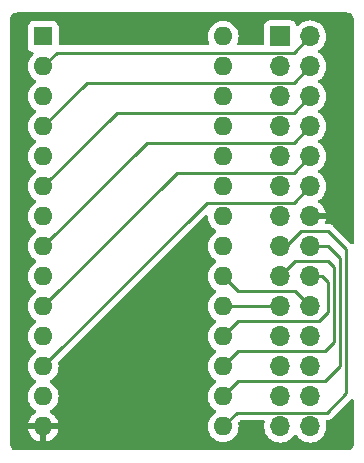
<source format=gbr>
%TF.GenerationSoftware,KiCad,Pcbnew,(5.99.0-7356-g63088e8bdb)*%
%TF.CreationDate,2020-12-15T21:09:30+08:00*%
%TF.ProjectId,AdapterROM,41646170-7465-4725-924f-4d2e6b696361,rev?*%
%TF.SameCoordinates,Original*%
%TF.FileFunction,Copper,L2,Bot*%
%TF.FilePolarity,Positive*%
%FSLAX46Y46*%
G04 Gerber Fmt 4.6, Leading zero omitted, Abs format (unit mm)*
G04 Created by KiCad (PCBNEW (5.99.0-7356-g63088e8bdb)) date 2020-12-15 21:09:30*
%MOMM*%
%LPD*%
G01*
G04 APERTURE LIST*
%TA.AperFunction,ComponentPad*%
%ADD10R,1.700000X1.700000*%
%TD*%
%TA.AperFunction,ComponentPad*%
%ADD11O,1.700000X1.700000*%
%TD*%
%TA.AperFunction,ComponentPad*%
%ADD12R,1.600000X1.600000*%
%TD*%
%TA.AperFunction,ComponentPad*%
%ADD13O,1.600000X1.600000*%
%TD*%
%TA.AperFunction,Conductor*%
%ADD14C,0.250000*%
%TD*%
G04 APERTURE END LIST*
D10*
%TO.P,J1,1,Pin_1*%
%TO.N,/A14*%
X121920000Y-51054000D03*
D11*
%TO.P,J1,2,Pin_2*%
%TO.N,/A12*%
X124460000Y-51054000D03*
%TO.P,J1,3,Pin_3*%
%TO.N,/A7*%
X121920000Y-53594000D03*
%TO.P,J1,4,Pin_4*%
%TO.N,/A6*%
X124460000Y-53594000D03*
%TO.P,J1,5,Pin_5*%
%TO.N,/A5*%
X121920000Y-56134000D03*
%TO.P,J1,6,Pin_6*%
%TO.N,/A4*%
X124460000Y-56134000D03*
%TO.P,J1,7,Pin_7*%
%TO.N,/A3*%
X121920000Y-58674000D03*
%TO.P,J1,8,Pin_8*%
%TO.N,/A2*%
X124460000Y-58674000D03*
%TO.P,J1,9,Pin_9*%
%TO.N,/A1*%
X121920000Y-61214000D03*
%TO.P,J1,10,Pin_10*%
%TO.N,/A0*%
X124460000Y-61214000D03*
%TO.P,J1,11,Pin_11*%
%TO.N,/D0*%
X121920000Y-63754000D03*
%TO.P,J1,12,Pin_12*%
%TO.N,/D1*%
X124460000Y-63754000D03*
%TO.P,J1,13,Pin_13*%
%TO.N,/D2*%
X121920000Y-66294000D03*
%TO.P,J1,14,Pin_14*%
%TO.N,GND*%
X124460000Y-66294000D03*
%TO.P,J1,15,Pin_15*%
%TO.N,/D3*%
X121920000Y-68834000D03*
%TO.P,J1,16,Pin_16*%
%TO.N,/D4*%
X124460000Y-68834000D03*
%TO.P,J1,17,Pin_17*%
%TO.N,/D5*%
X121920000Y-71374000D03*
%TO.P,J1,18,Pin_18*%
%TO.N,/D6*%
X124460000Y-71374000D03*
%TO.P,J1,19,Pin_19*%
%TO.N,/D7*%
X121920000Y-73914000D03*
%TO.P,J1,20,Pin_20*%
%TO.N,CS*%
X124460000Y-73914000D03*
%TO.P,J1,21,Pin_21*%
%TO.N,/A10*%
X121920000Y-76454000D03*
%TO.P,J1,22,Pin_22*%
%TO.N,OE*%
X124460000Y-76454000D03*
%TO.P,J1,23,Pin_23*%
%TO.N,/A11*%
X121920000Y-78994000D03*
%TO.P,J1,24,Pin_24*%
%TO.N,/A9*%
X124460000Y-78994000D03*
%TO.P,J1,25,Pin_25*%
%TO.N,/A8*%
X121920000Y-81534000D03*
%TO.P,J1,26,Pin_26*%
%TO.N,/A13*%
X124460000Y-81534000D03*
%TO.P,J1,27,Pin_27*%
%TO.N,WE*%
X121920000Y-84074000D03*
%TO.P,J1,28,Pin_28*%
%TO.N,+5V*%
X124460000Y-84074000D03*
%TD*%
D12*
%TO.P,U1,1,A14*%
%TO.N,/A14*%
X101854000Y-51054000D03*
D13*
%TO.P,U1,2,A12*%
%TO.N,/A12*%
X101854000Y-53594000D03*
%TO.P,U1,3,A7*%
%TO.N,/A7*%
X101854000Y-56134000D03*
%TO.P,U1,4,A6*%
%TO.N,/A6*%
X101854000Y-58674000D03*
%TO.P,U1,5,A5*%
%TO.N,/A5*%
X101854000Y-61214000D03*
%TO.P,U1,6,A4*%
%TO.N,/A4*%
X101854000Y-63754000D03*
%TO.P,U1,7,A3*%
%TO.N,/A3*%
X101854000Y-66294000D03*
%TO.P,U1,8,A2*%
%TO.N,/A2*%
X101854000Y-68834000D03*
%TO.P,U1,9,A1*%
%TO.N,/A1*%
X101854000Y-71374000D03*
%TO.P,U1,10,A0*%
%TO.N,/A0*%
X101854000Y-73914000D03*
%TO.P,U1,11,D0*%
%TO.N,/D0*%
X101854000Y-76454000D03*
%TO.P,U1,12,D1*%
%TO.N,/D1*%
X101854000Y-78994000D03*
%TO.P,U1,13,D2*%
%TO.N,/D2*%
X101854000Y-81534000D03*
%TO.P,U1,14,GND*%
%TO.N,GND*%
X101854000Y-84074000D03*
%TO.P,U1,15,D3*%
%TO.N,/D3*%
X117094000Y-84074000D03*
%TO.P,U1,16,D4*%
%TO.N,/D4*%
X117094000Y-81534000D03*
%TO.P,U1,17,D5*%
%TO.N,/D5*%
X117094000Y-78994000D03*
%TO.P,U1,18,D6*%
%TO.N,/D6*%
X117094000Y-76454000D03*
%TO.P,U1,19,D7*%
%TO.N,/D7*%
X117094000Y-73914000D03*
%TO.P,U1,20,~CS*%
%TO.N,CS*%
X117094000Y-71374000D03*
%TO.P,U1,21,A10*%
%TO.N,/A10*%
X117094000Y-68834000D03*
%TO.P,U1,22,~OE*%
%TO.N,OE*%
X117094000Y-66294000D03*
%TO.P,U1,23,A11*%
%TO.N,/A11*%
X117094000Y-63754000D03*
%TO.P,U1,24,A9*%
%TO.N,/A9*%
X117094000Y-61214000D03*
%TO.P,U1,25,A8*%
%TO.N,/A8*%
X117094000Y-58674000D03*
%TO.P,U1,26,A13*%
%TO.N,/A13*%
X117094000Y-56134000D03*
%TO.P,U1,27,~WE*%
%TO.N,WE*%
X117094000Y-53594000D03*
%TO.P,U1,28,VCC*%
%TO.N,+5V*%
X117094000Y-51054000D03*
%TD*%
D14*
%TO.N,CS*%
X123190000Y-72644000D02*
X124460000Y-73914000D01*
X118364000Y-72644000D02*
X123190000Y-72644000D01*
X117094000Y-71374000D02*
X118364000Y-72644000D01*
%TO.N,/D7*%
X117094000Y-73914000D02*
X121920000Y-73914000D01*
%TO.N,/D6*%
X125222000Y-75184000D02*
X125984000Y-74422000D01*
X117094000Y-76454000D02*
X118364000Y-75184000D01*
X125984000Y-74422000D02*
X125984000Y-71882000D01*
X125476000Y-71374000D02*
X124460000Y-71374000D01*
X118364000Y-75184000D02*
X125222000Y-75184000D01*
X125984000Y-71882000D02*
X125476000Y-71374000D01*
%TO.N,/D5*%
X118364000Y-77724000D02*
X125730000Y-77724000D01*
X125730000Y-77724000D02*
X126492000Y-76962000D01*
X126492000Y-76962000D02*
X126492000Y-70612000D01*
X125984000Y-70104000D02*
X123190000Y-70104000D01*
X117094000Y-78994000D02*
X118364000Y-77724000D01*
X126492000Y-70612000D02*
X125984000Y-70104000D01*
X123190000Y-70104000D02*
X121920000Y-71374000D01*
%TO.N,/D4*%
X118364000Y-80264000D02*
X125730000Y-80264000D01*
X125984000Y-68834000D02*
X124460000Y-68834000D01*
X117094000Y-81534000D02*
X118364000Y-80264000D01*
X127000000Y-69850000D02*
X125984000Y-68834000D01*
X127000000Y-78994000D02*
X127000000Y-69850000D01*
X125730000Y-80264000D02*
X127000000Y-78994000D01*
%TO.N,/D3*%
X125984000Y-67564000D02*
X127508000Y-69088000D01*
X125889001Y-82898999D02*
X118269001Y-82898999D01*
X127508000Y-69088000D02*
X127508000Y-81280000D01*
X122428000Y-68834000D02*
X123698000Y-67564000D01*
X127508000Y-81280000D02*
X125889001Y-82898999D01*
X121920000Y-68834000D02*
X122428000Y-68834000D01*
X118269001Y-82898999D02*
X117094000Y-84074000D01*
X123698000Y-67564000D02*
X125984000Y-67564000D01*
%TO.N,GND*%
X124460000Y-66294000D02*
X123952000Y-66294000D01*
%TO.N,/D1*%
X124460000Y-63754000D02*
X123095001Y-65118999D01*
X115729001Y-65118999D02*
X101854000Y-78994000D01*
X123095001Y-65118999D02*
X115729001Y-65118999D01*
%TO.N,/A0*%
X113189001Y-62578999D02*
X101854000Y-73914000D01*
X123095001Y-62578999D02*
X113189001Y-62578999D01*
X124460000Y-61214000D02*
X123095001Y-62578999D01*
%TO.N,/A2*%
X124460000Y-58674000D02*
X123095001Y-60038999D01*
X123095001Y-60038999D02*
X110649001Y-60038999D01*
X110649001Y-60038999D02*
X101854000Y-68834000D01*
%TO.N,/A4*%
X123095001Y-57498999D02*
X108109001Y-57498999D01*
X124460000Y-56134000D02*
X123095001Y-57498999D01*
X108109001Y-57498999D02*
X101854000Y-63754000D01*
%TO.N,/A6*%
X124460000Y-53594000D02*
X123095001Y-54958999D01*
X105569001Y-54958999D02*
X101854000Y-58674000D01*
X123095001Y-54958999D02*
X105569001Y-54958999D01*
%TO.N,/A12*%
X123095001Y-52418999D02*
X103029001Y-52418999D01*
X124460000Y-51054000D02*
X123095001Y-52418999D01*
X103029001Y-52418999D02*
X101854000Y-53594000D01*
%TD*%
%TA.AperFunction,Conductor*%
%TO.N,GND*%
G36*
X127573783Y-49024003D02*
G01*
X127579677Y-49025067D01*
X127579680Y-49025067D01*
X127584466Y-49025931D01*
X127666491Y-49027907D01*
X127675845Y-49028481D01*
X127676001Y-49028496D01*
X127677283Y-49028623D01*
X127689473Y-49030433D01*
X127768846Y-49046221D01*
X127792483Y-49053391D01*
X127860656Y-49081629D01*
X127882440Y-49093273D01*
X127943797Y-49134270D01*
X127943798Y-49134271D01*
X127962891Y-49149941D01*
X128015060Y-49202110D01*
X128030730Y-49221203D01*
X128071725Y-49282556D01*
X128083369Y-49304340D01*
X128111609Y-49372518D01*
X128118779Y-49396154D01*
X128134569Y-49475534D01*
X128136380Y-49487740D01*
X128136522Y-49489180D01*
X128137093Y-49498510D01*
X128138990Y-49577257D01*
X128139733Y-49581682D01*
X128139733Y-49581683D01*
X128141261Y-49590783D01*
X128143000Y-49611645D01*
X128143000Y-68522906D01*
X128122998Y-68591027D01*
X128069342Y-68637520D01*
X127999068Y-68647624D01*
X127934488Y-68618130D01*
X127927905Y-68612001D01*
X126487391Y-67171487D01*
X126480031Y-67163399D01*
X126475973Y-67157005D01*
X126427121Y-67111130D01*
X126424280Y-67108376D01*
X126403966Y-67088062D01*
X126400555Y-67085417D01*
X126391533Y-67077711D01*
X126365077Y-67052867D01*
X126359301Y-67047443D01*
X126352357Y-67043626D01*
X126352355Y-67043624D01*
X126341547Y-67037682D01*
X126325023Y-67026828D01*
X126315286Y-67019275D01*
X126315285Y-67019275D01*
X126309023Y-67014417D01*
X126301750Y-67011270D01*
X126301747Y-67011268D01*
X126281335Y-67002435D01*
X126268458Y-66996863D01*
X126257800Y-66991642D01*
X126225994Y-66974156D01*
X126225990Y-66974154D01*
X126219048Y-66970338D01*
X126211373Y-66968368D01*
X126211372Y-66968367D01*
X126199426Y-66965300D01*
X126180719Y-66958895D01*
X126169410Y-66954001D01*
X126169408Y-66954001D01*
X126162135Y-66950853D01*
X126154307Y-66949613D01*
X126154306Y-66949613D01*
X126118473Y-66943938D01*
X126106848Y-66941530D01*
X126069782Y-66932013D01*
X126069780Y-66932013D01*
X126064025Y-66930535D01*
X126063469Y-66930500D01*
X126043546Y-66930500D01*
X126023837Y-66928949D01*
X126004055Y-66925816D01*
X125996163Y-66926562D01*
X125960418Y-66929941D01*
X125948560Y-66930500D01*
X125858244Y-66930500D01*
X125790123Y-66910498D01*
X125743630Y-66856842D01*
X125733526Y-66786568D01*
X125736915Y-66770510D01*
X125795968Y-66559718D01*
X125794430Y-66551351D01*
X125782137Y-66548000D01*
X124332000Y-66548000D01*
X124263879Y-66527998D01*
X124217386Y-66474342D01*
X124206000Y-66422000D01*
X124206000Y-66166000D01*
X124226002Y-66097879D01*
X124279658Y-66051386D01*
X124332000Y-66040000D01*
X125779079Y-66040000D01*
X125792610Y-66036027D01*
X125793876Y-66027218D01*
X125746954Y-65846433D01*
X125743419Y-65836395D01*
X125653147Y-65635998D01*
X125647967Y-65626692D01*
X125525218Y-65444366D01*
X125518557Y-65436080D01*
X125366830Y-65277030D01*
X125358873Y-65269990D01*
X125182524Y-65138783D01*
X125169981Y-65131005D01*
X125122628Y-65078107D01*
X125111391Y-65008005D01*
X125139838Y-64942957D01*
X125163122Y-64921409D01*
X125343711Y-64792357D01*
X125447823Y-64687334D01*
X125502277Y-64632403D01*
X125502278Y-64632402D01*
X125506030Y-64628617D01*
X125582913Y-64519021D01*
X125635375Y-64444236D01*
X125635376Y-64444234D01*
X125638439Y-64439868D01*
X125737153Y-64231508D01*
X125799349Y-64009494D01*
X125801652Y-63987402D01*
X125822941Y-63783127D01*
X125823249Y-63780176D01*
X125823500Y-63754000D01*
X125823250Y-63751052D01*
X125804458Y-63529576D01*
X125804457Y-63529572D01*
X125804007Y-63524265D01*
X125787965Y-63462456D01*
X125747426Y-63306269D01*
X125746084Y-63301098D01*
X125722798Y-63249404D01*
X125653578Y-63095743D01*
X125653577Y-63095741D01*
X125651388Y-63090882D01*
X125522627Y-62899626D01*
X125363482Y-62732799D01*
X125178504Y-62595171D01*
X125173743Y-62592751D01*
X125170425Y-62590693D01*
X125123071Y-62537796D01*
X125111832Y-62467695D01*
X125140277Y-62402645D01*
X125163564Y-62381093D01*
X125179360Y-62369805D01*
X125343711Y-62252357D01*
X125475256Y-62119660D01*
X125502277Y-62092403D01*
X125502278Y-62092402D01*
X125506030Y-62088617D01*
X125562324Y-62008370D01*
X125635375Y-61904236D01*
X125635376Y-61904234D01*
X125638439Y-61899868D01*
X125737153Y-61691508D01*
X125799349Y-61469494D01*
X125801652Y-61447402D01*
X125810712Y-61360466D01*
X125823249Y-61240176D01*
X125823378Y-61226745D01*
X125823472Y-61216963D01*
X125823472Y-61216954D01*
X125823500Y-61214000D01*
X125823250Y-61211052D01*
X125804458Y-60989576D01*
X125804457Y-60989572D01*
X125804007Y-60984265D01*
X125770143Y-60853791D01*
X125747426Y-60766269D01*
X125746084Y-60761098D01*
X125722798Y-60709404D01*
X125653578Y-60555743D01*
X125653577Y-60555741D01*
X125651388Y-60550882D01*
X125522627Y-60359626D01*
X125363482Y-60192799D01*
X125178504Y-60055171D01*
X125173743Y-60052751D01*
X125170425Y-60050693D01*
X125123071Y-59997796D01*
X125111832Y-59927695D01*
X125140277Y-59862645D01*
X125163564Y-59841093D01*
X125179360Y-59829805D01*
X125343711Y-59712357D01*
X125447823Y-59607334D01*
X125502277Y-59552403D01*
X125502278Y-59552402D01*
X125506030Y-59548617D01*
X125582913Y-59439021D01*
X125635375Y-59364236D01*
X125635376Y-59364234D01*
X125638439Y-59359868D01*
X125737153Y-59151508D01*
X125799349Y-58929494D01*
X125801652Y-58907402D01*
X125822941Y-58703127D01*
X125823249Y-58700176D01*
X125823500Y-58674000D01*
X125823250Y-58671052D01*
X125804458Y-58449576D01*
X125804457Y-58449572D01*
X125804007Y-58444265D01*
X125787965Y-58382456D01*
X125747426Y-58226269D01*
X125746084Y-58221098D01*
X125722798Y-58169404D01*
X125653578Y-58015743D01*
X125653577Y-58015741D01*
X125651388Y-58010882D01*
X125522627Y-57819626D01*
X125363482Y-57652799D01*
X125178504Y-57515171D01*
X125173743Y-57512751D01*
X125170425Y-57510693D01*
X125123071Y-57457796D01*
X125111832Y-57387695D01*
X125140277Y-57322645D01*
X125163564Y-57301093D01*
X125179360Y-57289805D01*
X125343711Y-57172357D01*
X125475256Y-57039660D01*
X125502277Y-57012403D01*
X125502278Y-57012402D01*
X125506030Y-57008617D01*
X125562324Y-56928370D01*
X125635375Y-56824236D01*
X125635376Y-56824234D01*
X125638439Y-56819868D01*
X125737153Y-56611508D01*
X125799349Y-56389494D01*
X125801652Y-56367402D01*
X125810712Y-56280466D01*
X125823249Y-56160176D01*
X125823378Y-56146745D01*
X125823472Y-56136963D01*
X125823472Y-56136954D01*
X125823500Y-56134000D01*
X125823250Y-56131052D01*
X125804458Y-55909576D01*
X125804457Y-55909572D01*
X125804007Y-55904265D01*
X125770143Y-55773791D01*
X125747426Y-55686269D01*
X125746084Y-55681098D01*
X125722798Y-55629404D01*
X125653578Y-55475743D01*
X125653577Y-55475741D01*
X125651388Y-55470882D01*
X125522627Y-55279626D01*
X125363482Y-55112799D01*
X125178504Y-54975171D01*
X125173743Y-54972751D01*
X125170425Y-54970693D01*
X125123071Y-54917796D01*
X125111832Y-54847695D01*
X125140277Y-54782645D01*
X125163564Y-54761093D01*
X125179360Y-54749805D01*
X125343711Y-54632357D01*
X125447823Y-54527334D01*
X125502277Y-54472403D01*
X125502278Y-54472402D01*
X125506030Y-54468617D01*
X125509090Y-54464255D01*
X125635375Y-54284236D01*
X125635376Y-54284234D01*
X125638439Y-54279868D01*
X125737153Y-54071508D01*
X125799349Y-53849494D01*
X125801652Y-53827402D01*
X125822941Y-53623127D01*
X125823249Y-53620176D01*
X125823500Y-53594000D01*
X125823250Y-53591052D01*
X125804458Y-53369576D01*
X125804457Y-53369572D01*
X125804007Y-53364265D01*
X125787965Y-53302456D01*
X125747426Y-53146269D01*
X125746084Y-53141098D01*
X125722798Y-53089404D01*
X125653578Y-52935743D01*
X125653577Y-52935741D01*
X125651388Y-52930882D01*
X125522627Y-52739626D01*
X125363482Y-52572799D01*
X125178504Y-52435171D01*
X125173743Y-52432751D01*
X125170425Y-52430693D01*
X125123071Y-52377796D01*
X125111832Y-52307695D01*
X125140277Y-52242645D01*
X125163564Y-52221093D01*
X125217302Y-52182691D01*
X125343711Y-52092357D01*
X125506030Y-51928617D01*
X125556796Y-51856250D01*
X125635375Y-51744236D01*
X125635376Y-51744234D01*
X125638439Y-51739868D01*
X125737153Y-51531508D01*
X125799349Y-51309494D01*
X125801652Y-51287402D01*
X125822941Y-51083127D01*
X125823249Y-51080176D01*
X125823500Y-51054000D01*
X125823250Y-51051052D01*
X125804458Y-50829576D01*
X125804457Y-50829572D01*
X125804007Y-50824265D01*
X125746084Y-50601098D01*
X125651388Y-50390882D01*
X125640338Y-50374468D01*
X125577886Y-50281705D01*
X125522627Y-50199626D01*
X125504784Y-50180921D01*
X125427507Y-50099915D01*
X125363482Y-50032799D01*
X125178504Y-49895171D01*
X125173753Y-49892755D01*
X125173749Y-49892753D01*
X124977740Y-49793097D01*
X124977739Y-49793097D01*
X124972982Y-49790678D01*
X124835566Y-49748009D01*
X124757895Y-49723891D01*
X124757889Y-49723890D01*
X124752792Y-49722307D01*
X124647798Y-49708391D01*
X124529515Y-49692714D01*
X124529510Y-49692714D01*
X124524230Y-49692014D01*
X124518900Y-49692214D01*
X124518899Y-49692214D01*
X124425320Y-49695727D01*
X124293831Y-49700663D01*
X124249246Y-49710018D01*
X124073411Y-49746912D01*
X124073408Y-49746913D01*
X124068184Y-49748009D01*
X123853740Y-49832697D01*
X123656631Y-49952306D01*
X123652601Y-49955803D01*
X123526406Y-50065309D01*
X123482492Y-50103415D01*
X123477339Y-50109700D01*
X123476364Y-50110365D01*
X123475390Y-50111366D01*
X123475186Y-50111168D01*
X123418681Y-50149695D01*
X123347710Y-50151628D01*
X123286961Y-50114885D01*
X123259008Y-50065309D01*
X123239634Y-49999329D01*
X123237096Y-49990684D01*
X123191393Y-49919569D01*
X123162949Y-49875309D01*
X123162947Y-49875306D01*
X123158077Y-49867729D01*
X123112133Y-49827918D01*
X123054431Y-49777918D01*
X123054428Y-49777916D01*
X123047619Y-49772016D01*
X123025422Y-49761879D01*
X122922864Y-49715042D01*
X122922863Y-49715042D01*
X122914670Y-49711300D01*
X122905755Y-49710018D01*
X122905754Y-49710018D01*
X122774448Y-49691139D01*
X122774441Y-49691138D01*
X122770000Y-49690500D01*
X121070000Y-49690500D01*
X120996921Y-49695727D01*
X120943884Y-49711300D01*
X120865330Y-49734365D01*
X120865328Y-49734366D01*
X120856684Y-49736904D01*
X120836350Y-49749972D01*
X120741309Y-49811051D01*
X120741306Y-49811053D01*
X120733729Y-49815923D01*
X120727828Y-49822733D01*
X120643918Y-49919569D01*
X120643916Y-49919572D01*
X120638016Y-49926381D01*
X120577300Y-50059330D01*
X120576018Y-50068245D01*
X120576018Y-50068246D01*
X120557139Y-50199552D01*
X120557138Y-50199559D01*
X120556500Y-50204000D01*
X120556500Y-51659499D01*
X120536498Y-51727620D01*
X120482842Y-51774113D01*
X120430500Y-51785499D01*
X118394449Y-51785499D01*
X118326328Y-51765497D01*
X118279835Y-51711841D01*
X118269731Y-51641567D01*
X118280254Y-51606250D01*
X118325961Y-51508230D01*
X118325963Y-51508225D01*
X118328286Y-51503243D01*
X118378824Y-51314636D01*
X118386121Y-51287402D01*
X118386121Y-51287400D01*
X118387545Y-51282087D01*
X118407500Y-51054000D01*
X118387545Y-50825913D01*
X118328286Y-50604757D01*
X118324309Y-50596229D01*
X118233850Y-50402237D01*
X118233847Y-50402232D01*
X118231524Y-50397250D01*
X118100199Y-50209698D01*
X117938302Y-50047801D01*
X117933794Y-50044644D01*
X117933791Y-50044642D01*
X117755259Y-49919633D01*
X117755257Y-49919632D01*
X117750750Y-49916476D01*
X117745768Y-49914153D01*
X117745763Y-49914150D01*
X117548225Y-49822037D01*
X117548224Y-49822036D01*
X117543243Y-49819714D01*
X117537935Y-49818292D01*
X117537933Y-49818291D01*
X117327402Y-49761879D01*
X117327400Y-49761879D01*
X117322087Y-49760455D01*
X117094000Y-49740500D01*
X116865913Y-49760455D01*
X116860600Y-49761879D01*
X116860598Y-49761879D01*
X116650067Y-49818291D01*
X116650065Y-49818292D01*
X116644757Y-49819714D01*
X116639776Y-49822036D01*
X116639775Y-49822037D01*
X116442237Y-49914150D01*
X116442232Y-49914153D01*
X116437250Y-49916476D01*
X116432743Y-49919632D01*
X116432741Y-49919633D01*
X116254209Y-50044642D01*
X116254206Y-50044644D01*
X116249698Y-50047801D01*
X116087801Y-50209698D01*
X115956476Y-50397250D01*
X115954153Y-50402232D01*
X115954150Y-50402237D01*
X115863691Y-50596229D01*
X115859714Y-50604757D01*
X115800455Y-50825913D01*
X115780500Y-51054000D01*
X115800455Y-51282087D01*
X115801879Y-51287400D01*
X115801879Y-51287402D01*
X115809177Y-51314636D01*
X115859714Y-51503243D01*
X115862037Y-51508225D01*
X115862039Y-51508230D01*
X115907746Y-51606250D01*
X115918407Y-51676441D01*
X115889427Y-51741254D01*
X115830007Y-51780110D01*
X115793551Y-51785499D01*
X103293500Y-51785499D01*
X103225379Y-51765497D01*
X103178886Y-51711841D01*
X103167500Y-51659499D01*
X103167500Y-50254000D01*
X103162273Y-50180921D01*
X103129189Y-50068246D01*
X103123635Y-50049330D01*
X103123634Y-50049328D01*
X103121096Y-50040684D01*
X103066546Y-49955803D01*
X103046949Y-49925309D01*
X103046947Y-49925306D01*
X103042077Y-49917729D01*
X103016044Y-49895171D01*
X102938431Y-49827918D01*
X102938428Y-49827916D01*
X102931619Y-49822016D01*
X102907609Y-49811051D01*
X102806864Y-49765042D01*
X102806863Y-49765042D01*
X102798670Y-49761300D01*
X102789755Y-49760018D01*
X102789754Y-49760018D01*
X102658448Y-49741139D01*
X102658441Y-49741138D01*
X102654000Y-49740500D01*
X101054000Y-49740500D01*
X100980921Y-49745727D01*
X100930762Y-49760455D01*
X100849330Y-49784365D01*
X100849328Y-49784366D01*
X100840684Y-49786904D01*
X100833105Y-49791775D01*
X100725309Y-49861051D01*
X100725306Y-49861053D01*
X100717729Y-49865923D01*
X100711828Y-49872733D01*
X100627918Y-49969569D01*
X100627916Y-49969572D01*
X100622016Y-49976381D01*
X100618272Y-49984579D01*
X100580063Y-50068246D01*
X100561300Y-50109330D01*
X100560018Y-50118245D01*
X100560018Y-50118246D01*
X100541139Y-50249552D01*
X100541138Y-50249559D01*
X100540500Y-50254000D01*
X100540500Y-51854000D01*
X100545727Y-51927079D01*
X100586904Y-52067316D01*
X100591775Y-52074895D01*
X100661051Y-52182691D01*
X100661053Y-52182694D01*
X100665923Y-52190271D01*
X100672733Y-52196172D01*
X100769569Y-52280082D01*
X100769572Y-52280084D01*
X100776381Y-52285984D01*
X100909330Y-52346700D01*
X100918245Y-52347982D01*
X100918246Y-52347982D01*
X100963122Y-52354434D01*
X101027703Y-52383927D01*
X101066087Y-52443653D01*
X101066087Y-52514650D01*
X101027704Y-52574376D01*
X101017465Y-52582362D01*
X101009698Y-52587801D01*
X100847801Y-52749698D01*
X100716476Y-52937250D01*
X100714153Y-52942232D01*
X100714150Y-52942237D01*
X100628387Y-53126157D01*
X100619714Y-53144757D01*
X100618292Y-53150065D01*
X100618291Y-53150067D01*
X100593107Y-53244054D01*
X100560455Y-53365913D01*
X100540500Y-53594000D01*
X100560455Y-53822087D01*
X100561879Y-53827400D01*
X100561879Y-53827402D01*
X100569177Y-53854636D01*
X100619714Y-54043243D01*
X100622036Y-54048224D01*
X100622037Y-54048225D01*
X100714150Y-54245763D01*
X100714153Y-54245768D01*
X100716476Y-54250750D01*
X100719632Y-54255257D01*
X100719633Y-54255259D01*
X100843376Y-54431982D01*
X100847801Y-54438302D01*
X101009698Y-54600199D01*
X101014206Y-54603356D01*
X101014209Y-54603358D01*
X101192741Y-54728367D01*
X101197250Y-54731524D01*
X101202232Y-54733847D01*
X101202237Y-54733850D01*
X101236454Y-54749805D01*
X101289739Y-54796722D01*
X101309200Y-54864999D01*
X101288658Y-54932959D01*
X101236454Y-54978195D01*
X101202237Y-54994150D01*
X101202232Y-54994153D01*
X101197250Y-54996476D01*
X101192743Y-54999632D01*
X101192741Y-54999633D01*
X101014209Y-55124642D01*
X101014206Y-55124644D01*
X101009698Y-55127801D01*
X100847801Y-55289698D01*
X100716476Y-55477250D01*
X100714153Y-55482232D01*
X100714150Y-55482237D01*
X100628387Y-55666157D01*
X100619714Y-55684757D01*
X100618292Y-55690065D01*
X100618291Y-55690067D01*
X100593107Y-55784054D01*
X100560455Y-55905913D01*
X100540500Y-56134000D01*
X100560455Y-56362087D01*
X100561879Y-56367400D01*
X100561879Y-56367402D01*
X100569177Y-56394636D01*
X100619714Y-56583243D01*
X100622036Y-56588224D01*
X100622037Y-56588225D01*
X100714150Y-56785763D01*
X100714153Y-56785768D01*
X100716476Y-56790750D01*
X100719632Y-56795257D01*
X100719633Y-56795259D01*
X100843376Y-56971982D01*
X100847801Y-56978302D01*
X101009698Y-57140199D01*
X101014206Y-57143356D01*
X101014209Y-57143358D01*
X101192741Y-57268367D01*
X101197250Y-57271524D01*
X101202232Y-57273847D01*
X101202237Y-57273850D01*
X101236454Y-57289805D01*
X101289739Y-57336722D01*
X101309200Y-57404999D01*
X101288658Y-57472959D01*
X101236454Y-57518195D01*
X101202237Y-57534150D01*
X101202232Y-57534153D01*
X101197250Y-57536476D01*
X101192743Y-57539632D01*
X101192741Y-57539633D01*
X101014209Y-57664642D01*
X101014206Y-57664644D01*
X101009698Y-57667801D01*
X100847801Y-57829698D01*
X100716476Y-58017250D01*
X100714153Y-58022232D01*
X100714150Y-58022237D01*
X100628387Y-58206157D01*
X100619714Y-58224757D01*
X100618292Y-58230065D01*
X100618291Y-58230067D01*
X100593107Y-58324054D01*
X100560455Y-58445913D01*
X100540500Y-58674000D01*
X100560455Y-58902087D01*
X100561879Y-58907400D01*
X100561879Y-58907402D01*
X100569177Y-58934636D01*
X100619714Y-59123243D01*
X100622036Y-59128224D01*
X100622037Y-59128225D01*
X100714150Y-59325763D01*
X100714153Y-59325768D01*
X100716476Y-59330750D01*
X100719632Y-59335257D01*
X100719633Y-59335259D01*
X100841260Y-59508960D01*
X100847801Y-59518302D01*
X101009698Y-59680199D01*
X101014206Y-59683356D01*
X101014209Y-59683358D01*
X101192741Y-59808367D01*
X101197250Y-59811524D01*
X101202232Y-59813847D01*
X101202237Y-59813850D01*
X101236454Y-59829805D01*
X101289739Y-59876722D01*
X101309200Y-59944999D01*
X101288658Y-60012959D01*
X101236454Y-60058195D01*
X101202237Y-60074150D01*
X101202232Y-60074153D01*
X101197250Y-60076476D01*
X101192743Y-60079632D01*
X101192741Y-60079633D01*
X101014209Y-60204642D01*
X101014206Y-60204644D01*
X101009698Y-60207801D01*
X100847801Y-60369698D01*
X100716476Y-60557250D01*
X100714153Y-60562232D01*
X100714150Y-60562237D01*
X100628387Y-60746157D01*
X100619714Y-60764757D01*
X100618292Y-60770065D01*
X100618291Y-60770067D01*
X100593107Y-60864054D01*
X100560455Y-60985913D01*
X100540500Y-61214000D01*
X100560455Y-61442087D01*
X100561879Y-61447400D01*
X100561879Y-61447402D01*
X100569177Y-61474636D01*
X100619714Y-61663243D01*
X100622036Y-61668224D01*
X100622037Y-61668225D01*
X100714150Y-61865763D01*
X100714153Y-61865768D01*
X100716476Y-61870750D01*
X100719632Y-61875257D01*
X100719633Y-61875259D01*
X100843376Y-62051982D01*
X100847801Y-62058302D01*
X101009698Y-62220199D01*
X101014206Y-62223356D01*
X101014209Y-62223358D01*
X101192741Y-62348367D01*
X101197250Y-62351524D01*
X101202232Y-62353847D01*
X101202237Y-62353850D01*
X101236454Y-62369805D01*
X101289739Y-62416722D01*
X101309200Y-62484999D01*
X101288658Y-62552959D01*
X101236454Y-62598195D01*
X101202237Y-62614150D01*
X101202232Y-62614153D01*
X101197250Y-62616476D01*
X101192743Y-62619632D01*
X101192741Y-62619633D01*
X101014209Y-62744642D01*
X101014206Y-62744644D01*
X101009698Y-62747801D01*
X100847801Y-62909698D01*
X100716476Y-63097250D01*
X100714153Y-63102232D01*
X100714150Y-63102237D01*
X100628387Y-63286157D01*
X100619714Y-63304757D01*
X100618292Y-63310065D01*
X100618291Y-63310067D01*
X100593107Y-63404054D01*
X100560455Y-63525913D01*
X100540500Y-63754000D01*
X100560455Y-63982087D01*
X100561879Y-63987400D01*
X100561879Y-63987402D01*
X100569177Y-64014636D01*
X100619714Y-64203243D01*
X100622036Y-64208224D01*
X100622037Y-64208225D01*
X100714150Y-64405763D01*
X100714153Y-64405768D01*
X100716476Y-64410750D01*
X100719632Y-64415257D01*
X100719633Y-64415259D01*
X100841260Y-64588960D01*
X100847801Y-64598302D01*
X101009698Y-64760199D01*
X101014206Y-64763356D01*
X101014209Y-64763358D01*
X101192741Y-64888367D01*
X101197250Y-64891524D01*
X101202232Y-64893847D01*
X101202237Y-64893850D01*
X101236454Y-64909805D01*
X101289739Y-64956722D01*
X101309200Y-65024999D01*
X101288658Y-65092959D01*
X101236454Y-65138195D01*
X101202237Y-65154150D01*
X101202232Y-65154153D01*
X101197250Y-65156476D01*
X101192743Y-65159632D01*
X101192741Y-65159633D01*
X101014209Y-65284642D01*
X101014206Y-65284644D01*
X101009698Y-65287801D01*
X100847801Y-65449698D01*
X100844644Y-65454206D01*
X100844642Y-65454209D01*
X100726353Y-65623144D01*
X100716476Y-65637250D01*
X100714153Y-65642232D01*
X100714150Y-65642237D01*
X100628387Y-65826157D01*
X100619714Y-65844757D01*
X100618292Y-65850065D01*
X100618291Y-65850067D01*
X100561879Y-66060598D01*
X100560455Y-66065913D01*
X100540500Y-66294000D01*
X100560455Y-66522087D01*
X100619714Y-66743243D01*
X100622036Y-66748224D01*
X100622037Y-66748225D01*
X100714150Y-66945763D01*
X100714153Y-66945768D01*
X100716476Y-66950750D01*
X100719632Y-66955257D01*
X100719633Y-66955259D01*
X100828776Y-67111131D01*
X100847801Y-67138302D01*
X101009698Y-67300199D01*
X101014206Y-67303356D01*
X101014209Y-67303358D01*
X101123764Y-67380069D01*
X101197250Y-67431524D01*
X101202232Y-67433847D01*
X101202237Y-67433850D01*
X101236454Y-67449805D01*
X101289739Y-67496722D01*
X101309200Y-67564999D01*
X101288658Y-67632959D01*
X101236454Y-67678195D01*
X101202237Y-67694150D01*
X101202232Y-67694153D01*
X101197250Y-67696476D01*
X101192743Y-67699632D01*
X101192741Y-67699633D01*
X101014209Y-67824642D01*
X101014206Y-67824644D01*
X101009698Y-67827801D01*
X100847801Y-67989698D01*
X100844644Y-67994206D01*
X100844642Y-67994209D01*
X100797381Y-68061705D01*
X100716476Y-68177250D01*
X100714153Y-68182232D01*
X100714150Y-68182237D01*
X100674579Y-68267098D01*
X100619714Y-68384757D01*
X100618292Y-68390065D01*
X100618291Y-68390067D01*
X100593107Y-68484054D01*
X100560455Y-68605913D01*
X100540500Y-68834000D01*
X100560455Y-69062087D01*
X100561879Y-69067400D01*
X100561879Y-69067402D01*
X100586096Y-69157778D01*
X100619714Y-69283243D01*
X100622036Y-69288224D01*
X100622037Y-69288225D01*
X100714150Y-69485763D01*
X100714153Y-69485768D01*
X100716476Y-69490750D01*
X100847801Y-69678302D01*
X101009698Y-69840199D01*
X101014206Y-69843356D01*
X101014209Y-69843358D01*
X101123764Y-69920069D01*
X101197250Y-69971524D01*
X101202232Y-69973847D01*
X101202237Y-69973850D01*
X101236454Y-69989805D01*
X101289739Y-70036722D01*
X101309200Y-70104999D01*
X101288658Y-70172959D01*
X101236454Y-70218195D01*
X101202237Y-70234150D01*
X101202232Y-70234153D01*
X101197250Y-70236476D01*
X101192743Y-70239632D01*
X101192741Y-70239633D01*
X101014209Y-70364642D01*
X101014206Y-70364644D01*
X101009698Y-70367801D01*
X100847801Y-70529698D01*
X100844644Y-70534206D01*
X100844642Y-70534209D01*
X100797381Y-70601705D01*
X100716476Y-70717250D01*
X100714153Y-70722232D01*
X100714150Y-70722237D01*
X100674579Y-70807098D01*
X100619714Y-70924757D01*
X100618292Y-70930065D01*
X100618291Y-70930067D01*
X100593107Y-71024054D01*
X100560455Y-71145913D01*
X100540500Y-71374000D01*
X100560455Y-71602087D01*
X100619714Y-71823243D01*
X100622036Y-71828224D01*
X100622037Y-71828225D01*
X100714150Y-72025763D01*
X100714153Y-72025768D01*
X100716476Y-72030750D01*
X100847801Y-72218302D01*
X101009698Y-72380199D01*
X101014206Y-72383356D01*
X101014209Y-72383358D01*
X101045843Y-72405508D01*
X101197250Y-72511524D01*
X101202232Y-72513847D01*
X101202237Y-72513850D01*
X101236454Y-72529805D01*
X101289739Y-72576722D01*
X101309200Y-72644999D01*
X101288658Y-72712959D01*
X101236454Y-72758195D01*
X101202237Y-72774150D01*
X101202232Y-72774153D01*
X101197250Y-72776476D01*
X101192743Y-72779632D01*
X101192741Y-72779633D01*
X101014209Y-72904642D01*
X101014206Y-72904644D01*
X101009698Y-72907801D01*
X100847801Y-73069698D01*
X100716476Y-73257250D01*
X100714153Y-73262232D01*
X100714150Y-73262237D01*
X100707033Y-73277500D01*
X100619714Y-73464757D01*
X100618292Y-73470065D01*
X100618291Y-73470067D01*
X100596477Y-73551479D01*
X100560455Y-73685913D01*
X100540500Y-73914000D01*
X100560455Y-74142087D01*
X100619714Y-74363243D01*
X100622036Y-74368224D01*
X100622037Y-74368225D01*
X100714150Y-74565763D01*
X100714153Y-74565768D01*
X100716476Y-74570750D01*
X100847801Y-74758302D01*
X101009698Y-74920199D01*
X101014206Y-74923356D01*
X101014209Y-74923358D01*
X101192741Y-75048367D01*
X101197250Y-75051524D01*
X101202232Y-75053847D01*
X101202237Y-75053850D01*
X101236454Y-75069805D01*
X101289739Y-75116722D01*
X101309200Y-75184999D01*
X101288658Y-75252959D01*
X101236454Y-75298195D01*
X101202237Y-75314150D01*
X101202232Y-75314153D01*
X101197250Y-75316476D01*
X101192743Y-75319632D01*
X101192741Y-75319633D01*
X101014209Y-75444642D01*
X101014206Y-75444644D01*
X101009698Y-75447801D01*
X100847801Y-75609698D01*
X100716476Y-75797250D01*
X100714153Y-75802232D01*
X100714150Y-75802237D01*
X100622037Y-75999775D01*
X100619714Y-76004757D01*
X100618292Y-76010065D01*
X100618291Y-76010067D01*
X100593107Y-76104054D01*
X100560455Y-76225913D01*
X100540500Y-76454000D01*
X100560455Y-76682087D01*
X100561879Y-76687400D01*
X100561879Y-76687402D01*
X100565147Y-76699596D01*
X100619714Y-76903243D01*
X100622036Y-76908224D01*
X100622037Y-76908225D01*
X100714150Y-77105763D01*
X100714153Y-77105768D01*
X100716476Y-77110750D01*
X100847801Y-77298302D01*
X101009698Y-77460199D01*
X101014206Y-77463356D01*
X101014209Y-77463358D01*
X101192741Y-77588367D01*
X101197250Y-77591524D01*
X101202232Y-77593847D01*
X101202237Y-77593850D01*
X101236454Y-77609805D01*
X101289739Y-77656722D01*
X101309200Y-77724999D01*
X101288658Y-77792959D01*
X101236454Y-77838195D01*
X101202237Y-77854150D01*
X101202232Y-77854153D01*
X101197250Y-77856476D01*
X101192743Y-77859632D01*
X101192741Y-77859633D01*
X101014209Y-77984642D01*
X101014206Y-77984644D01*
X101009698Y-77987801D01*
X100847801Y-78149698D01*
X100844644Y-78154206D01*
X100844642Y-78154209D01*
X100724239Y-78326163D01*
X100716476Y-78337250D01*
X100714153Y-78342232D01*
X100714150Y-78342237D01*
X100627109Y-78528898D01*
X100619714Y-78544757D01*
X100618292Y-78550065D01*
X100618291Y-78550067D01*
X100565382Y-78747526D01*
X100560455Y-78765913D01*
X100540500Y-78994000D01*
X100560455Y-79222087D01*
X100619714Y-79443243D01*
X100622036Y-79448224D01*
X100622037Y-79448225D01*
X100714150Y-79645763D01*
X100714153Y-79645768D01*
X100716476Y-79650750D01*
X100847801Y-79838302D01*
X101009698Y-80000199D01*
X101014206Y-80003356D01*
X101014209Y-80003358D01*
X101192741Y-80128367D01*
X101197250Y-80131524D01*
X101202232Y-80133847D01*
X101202237Y-80133850D01*
X101236454Y-80149805D01*
X101289739Y-80196722D01*
X101309200Y-80264999D01*
X101288658Y-80332959D01*
X101236454Y-80378195D01*
X101202237Y-80394150D01*
X101202232Y-80394153D01*
X101197250Y-80396476D01*
X101192743Y-80399632D01*
X101192741Y-80399633D01*
X101014209Y-80524642D01*
X101014206Y-80524644D01*
X101009698Y-80527801D01*
X100847801Y-80689698D01*
X100844644Y-80694206D01*
X100844642Y-80694209D01*
X100724239Y-80866163D01*
X100716476Y-80877250D01*
X100714153Y-80882232D01*
X100714150Y-80882237D01*
X100627109Y-81068898D01*
X100619714Y-81084757D01*
X100618292Y-81090065D01*
X100618291Y-81090067D01*
X100593107Y-81184054D01*
X100560455Y-81305913D01*
X100540500Y-81534000D01*
X100560455Y-81762087D01*
X100561879Y-81767400D01*
X100561879Y-81767402D01*
X100598948Y-81905742D01*
X100619714Y-81983243D01*
X100622036Y-81988224D01*
X100622037Y-81988225D01*
X100714150Y-82185763D01*
X100714153Y-82185768D01*
X100716476Y-82190750D01*
X100719632Y-82195257D01*
X100719633Y-82195259D01*
X100768816Y-82265499D01*
X100847801Y-82378302D01*
X101009698Y-82540199D01*
X101014206Y-82543356D01*
X101014209Y-82543358D01*
X101192741Y-82668367D01*
X101197250Y-82671524D01*
X101202237Y-82673850D01*
X101202238Y-82673850D01*
X101237043Y-82690080D01*
X101290328Y-82736998D01*
X101309789Y-82805275D01*
X101289247Y-82873235D01*
X101237042Y-82918470D01*
X101202491Y-82934581D01*
X101192991Y-82940066D01*
X101014531Y-83065025D01*
X101006123Y-83072081D01*
X100852081Y-83226123D01*
X100845025Y-83234531D01*
X100720066Y-83412991D01*
X100714583Y-83422487D01*
X100622509Y-83619943D01*
X100618761Y-83630239D01*
X100572602Y-83802503D01*
X100572938Y-83816599D01*
X100580880Y-83820000D01*
X103121971Y-83820000D01*
X103135502Y-83816027D01*
X103136731Y-83807478D01*
X103089239Y-83630239D01*
X103085491Y-83619943D01*
X102993417Y-83422487D01*
X102987934Y-83412991D01*
X102862975Y-83234531D01*
X102855919Y-83226123D01*
X102701877Y-83072081D01*
X102693469Y-83065025D01*
X102515009Y-82940066D01*
X102505509Y-82934581D01*
X102470958Y-82918470D01*
X102417672Y-82871553D01*
X102398211Y-82803276D01*
X102418753Y-82735316D01*
X102470957Y-82690080D01*
X102505762Y-82673850D01*
X102505763Y-82673850D01*
X102510750Y-82671524D01*
X102515259Y-82668367D01*
X102693791Y-82543358D01*
X102693794Y-82543356D01*
X102698302Y-82540199D01*
X102860199Y-82378302D01*
X102939185Y-82265499D01*
X102988367Y-82195259D01*
X102988368Y-82195257D01*
X102991524Y-82190750D01*
X102993847Y-82185768D01*
X102993850Y-82185763D01*
X103085963Y-81988225D01*
X103085964Y-81988224D01*
X103088286Y-81983243D01*
X103109053Y-81905742D01*
X103146121Y-81767402D01*
X103146121Y-81767400D01*
X103147545Y-81762087D01*
X103167500Y-81534000D01*
X103147545Y-81305913D01*
X103114893Y-81184054D01*
X103089709Y-81090067D01*
X103089708Y-81090065D01*
X103088286Y-81084757D01*
X103080891Y-81068898D01*
X102993850Y-80882237D01*
X102993847Y-80882232D01*
X102991524Y-80877250D01*
X102983761Y-80866163D01*
X102863358Y-80694209D01*
X102863356Y-80694206D01*
X102860199Y-80689698D01*
X102698302Y-80527801D01*
X102693794Y-80524644D01*
X102693791Y-80524642D01*
X102515259Y-80399633D01*
X102515257Y-80399632D01*
X102510750Y-80396476D01*
X102505768Y-80394153D01*
X102505763Y-80394150D01*
X102471546Y-80378195D01*
X102418261Y-80331278D01*
X102398800Y-80263001D01*
X102419342Y-80195041D01*
X102471546Y-80149805D01*
X102505763Y-80133850D01*
X102505768Y-80133847D01*
X102510750Y-80131524D01*
X102515259Y-80128367D01*
X102693791Y-80003358D01*
X102693794Y-80003356D01*
X102698302Y-80000199D01*
X102860199Y-79838302D01*
X102991524Y-79650750D01*
X102993847Y-79645768D01*
X102993850Y-79645763D01*
X103085963Y-79448225D01*
X103085964Y-79448224D01*
X103088286Y-79443243D01*
X103147545Y-79222087D01*
X103167500Y-78994000D01*
X103147545Y-78765913D01*
X103130542Y-78702456D01*
X103132232Y-78631479D01*
X103163154Y-78580750D01*
X115567409Y-66176495D01*
X115629721Y-66142469D01*
X115700536Y-66147534D01*
X115757372Y-66190081D01*
X115782183Y-66256601D01*
X115782024Y-66276573D01*
X115780979Y-66288515D01*
X115780979Y-66288525D01*
X115780500Y-66294000D01*
X115800455Y-66522087D01*
X115859714Y-66743243D01*
X115862036Y-66748224D01*
X115862037Y-66748225D01*
X115954150Y-66945763D01*
X115954153Y-66945768D01*
X115956476Y-66950750D01*
X115959632Y-66955257D01*
X115959633Y-66955259D01*
X116068776Y-67111131D01*
X116087801Y-67138302D01*
X116249698Y-67300199D01*
X116254206Y-67303356D01*
X116254209Y-67303358D01*
X116363764Y-67380069D01*
X116437250Y-67431524D01*
X116442232Y-67433847D01*
X116442237Y-67433850D01*
X116476454Y-67449805D01*
X116529739Y-67496722D01*
X116549200Y-67564999D01*
X116528658Y-67632959D01*
X116476454Y-67678195D01*
X116442237Y-67694150D01*
X116442232Y-67694153D01*
X116437250Y-67696476D01*
X116432743Y-67699632D01*
X116432741Y-67699633D01*
X116254209Y-67824642D01*
X116254206Y-67824644D01*
X116249698Y-67827801D01*
X116087801Y-67989698D01*
X116084644Y-67994206D01*
X116084642Y-67994209D01*
X116037381Y-68061705D01*
X115956476Y-68177250D01*
X115954153Y-68182232D01*
X115954150Y-68182237D01*
X115914579Y-68267098D01*
X115859714Y-68384757D01*
X115858292Y-68390065D01*
X115858291Y-68390067D01*
X115833107Y-68484054D01*
X115800455Y-68605913D01*
X115780500Y-68834000D01*
X115800455Y-69062087D01*
X115801879Y-69067400D01*
X115801879Y-69067402D01*
X115826096Y-69157778D01*
X115859714Y-69283243D01*
X115862036Y-69288224D01*
X115862037Y-69288225D01*
X115954150Y-69485763D01*
X115954153Y-69485768D01*
X115956476Y-69490750D01*
X116087801Y-69678302D01*
X116249698Y-69840199D01*
X116254206Y-69843356D01*
X116254209Y-69843358D01*
X116363764Y-69920069D01*
X116437250Y-69971524D01*
X116442232Y-69973847D01*
X116442237Y-69973850D01*
X116476454Y-69989805D01*
X116529739Y-70036722D01*
X116549200Y-70104999D01*
X116528658Y-70172959D01*
X116476454Y-70218195D01*
X116442237Y-70234150D01*
X116442232Y-70234153D01*
X116437250Y-70236476D01*
X116432743Y-70239632D01*
X116432741Y-70239633D01*
X116254209Y-70364642D01*
X116254206Y-70364644D01*
X116249698Y-70367801D01*
X116087801Y-70529698D01*
X116084644Y-70534206D01*
X116084642Y-70534209D01*
X116037381Y-70601705D01*
X115956476Y-70717250D01*
X115954153Y-70722232D01*
X115954150Y-70722237D01*
X115914579Y-70807098D01*
X115859714Y-70924757D01*
X115858292Y-70930065D01*
X115858291Y-70930067D01*
X115833107Y-71024054D01*
X115800455Y-71145913D01*
X115780500Y-71374000D01*
X115800455Y-71602087D01*
X115859714Y-71823243D01*
X115862036Y-71828224D01*
X115862037Y-71828225D01*
X115954150Y-72025763D01*
X115954153Y-72025768D01*
X115956476Y-72030750D01*
X116087801Y-72218302D01*
X116249698Y-72380199D01*
X116254206Y-72383356D01*
X116254209Y-72383358D01*
X116285843Y-72405508D01*
X116437250Y-72511524D01*
X116442232Y-72513847D01*
X116442237Y-72513850D01*
X116476454Y-72529805D01*
X116529739Y-72576722D01*
X116549200Y-72644999D01*
X116528658Y-72712959D01*
X116476454Y-72758195D01*
X116442237Y-72774150D01*
X116442232Y-72774153D01*
X116437250Y-72776476D01*
X116432743Y-72779632D01*
X116432741Y-72779633D01*
X116254209Y-72904642D01*
X116254206Y-72904644D01*
X116249698Y-72907801D01*
X116087801Y-73069698D01*
X115956476Y-73257250D01*
X115954153Y-73262232D01*
X115954150Y-73262237D01*
X115947033Y-73277500D01*
X115859714Y-73464757D01*
X115858292Y-73470065D01*
X115858291Y-73470067D01*
X115836477Y-73551479D01*
X115800455Y-73685913D01*
X115780500Y-73914000D01*
X115800455Y-74142087D01*
X115859714Y-74363243D01*
X115862036Y-74368224D01*
X115862037Y-74368225D01*
X115954150Y-74565763D01*
X115954153Y-74565768D01*
X115956476Y-74570750D01*
X116087801Y-74758302D01*
X116249698Y-74920199D01*
X116254206Y-74923356D01*
X116254209Y-74923358D01*
X116432741Y-75048367D01*
X116437250Y-75051524D01*
X116442232Y-75053847D01*
X116442237Y-75053850D01*
X116476454Y-75069805D01*
X116529739Y-75116722D01*
X116549200Y-75184999D01*
X116528658Y-75252959D01*
X116476454Y-75298195D01*
X116442237Y-75314150D01*
X116442232Y-75314153D01*
X116437250Y-75316476D01*
X116432743Y-75319632D01*
X116432741Y-75319633D01*
X116254209Y-75444642D01*
X116254206Y-75444644D01*
X116249698Y-75447801D01*
X116087801Y-75609698D01*
X115956476Y-75797250D01*
X115954153Y-75802232D01*
X115954150Y-75802237D01*
X115862037Y-75999775D01*
X115859714Y-76004757D01*
X115858292Y-76010065D01*
X115858291Y-76010067D01*
X115833107Y-76104054D01*
X115800455Y-76225913D01*
X115780500Y-76454000D01*
X115800455Y-76682087D01*
X115801879Y-76687400D01*
X115801879Y-76687402D01*
X115805147Y-76699596D01*
X115859714Y-76903243D01*
X115862036Y-76908224D01*
X115862037Y-76908225D01*
X115954150Y-77105763D01*
X115954153Y-77105768D01*
X115956476Y-77110750D01*
X116087801Y-77298302D01*
X116249698Y-77460199D01*
X116254206Y-77463356D01*
X116254209Y-77463358D01*
X116432741Y-77588367D01*
X116437250Y-77591524D01*
X116442232Y-77593847D01*
X116442237Y-77593850D01*
X116476454Y-77609805D01*
X116529739Y-77656722D01*
X116549200Y-77724999D01*
X116528658Y-77792959D01*
X116476454Y-77838195D01*
X116442237Y-77854150D01*
X116442232Y-77854153D01*
X116437250Y-77856476D01*
X116432743Y-77859632D01*
X116432741Y-77859633D01*
X116254209Y-77984642D01*
X116254206Y-77984644D01*
X116249698Y-77987801D01*
X116087801Y-78149698D01*
X116084644Y-78154206D01*
X116084642Y-78154209D01*
X115964239Y-78326163D01*
X115956476Y-78337250D01*
X115954153Y-78342232D01*
X115954150Y-78342237D01*
X115867109Y-78528898D01*
X115859714Y-78544757D01*
X115858292Y-78550065D01*
X115858291Y-78550067D01*
X115805382Y-78747526D01*
X115800455Y-78765913D01*
X115780500Y-78994000D01*
X115800455Y-79222087D01*
X115859714Y-79443243D01*
X115862036Y-79448224D01*
X115862037Y-79448225D01*
X115954150Y-79645763D01*
X115954153Y-79645768D01*
X115956476Y-79650750D01*
X116087801Y-79838302D01*
X116249698Y-80000199D01*
X116254206Y-80003356D01*
X116254209Y-80003358D01*
X116432741Y-80128367D01*
X116437250Y-80131524D01*
X116442232Y-80133847D01*
X116442237Y-80133850D01*
X116476454Y-80149805D01*
X116529739Y-80196722D01*
X116549200Y-80264999D01*
X116528658Y-80332959D01*
X116476454Y-80378195D01*
X116442237Y-80394150D01*
X116442232Y-80394153D01*
X116437250Y-80396476D01*
X116432743Y-80399632D01*
X116432741Y-80399633D01*
X116254209Y-80524642D01*
X116254206Y-80524644D01*
X116249698Y-80527801D01*
X116087801Y-80689698D01*
X116084644Y-80694206D01*
X116084642Y-80694209D01*
X115964239Y-80866163D01*
X115956476Y-80877250D01*
X115954153Y-80882232D01*
X115954150Y-80882237D01*
X115867109Y-81068898D01*
X115859714Y-81084757D01*
X115858292Y-81090065D01*
X115858291Y-81090067D01*
X115833107Y-81184054D01*
X115800455Y-81305913D01*
X115780500Y-81534000D01*
X115800455Y-81762087D01*
X115801879Y-81767400D01*
X115801879Y-81767402D01*
X115838948Y-81905742D01*
X115859714Y-81983243D01*
X115862036Y-81988224D01*
X115862037Y-81988225D01*
X115954150Y-82185763D01*
X115954153Y-82185768D01*
X115956476Y-82190750D01*
X115959632Y-82195257D01*
X115959633Y-82195259D01*
X116008816Y-82265499D01*
X116087801Y-82378302D01*
X116249698Y-82540199D01*
X116254206Y-82543356D01*
X116254209Y-82543358D01*
X116432741Y-82668367D01*
X116437250Y-82671524D01*
X116442232Y-82673847D01*
X116442237Y-82673850D01*
X116476454Y-82689805D01*
X116529739Y-82736722D01*
X116549200Y-82804999D01*
X116528658Y-82872959D01*
X116476454Y-82918195D01*
X116442237Y-82934150D01*
X116442232Y-82934153D01*
X116437250Y-82936476D01*
X116432743Y-82939632D01*
X116432741Y-82939633D01*
X116254209Y-83064642D01*
X116254206Y-83064644D01*
X116249698Y-83067801D01*
X116087801Y-83229698D01*
X116084644Y-83234206D01*
X116084642Y-83234209D01*
X115976214Y-83389061D01*
X115956476Y-83417250D01*
X115954153Y-83422232D01*
X115954150Y-83422237D01*
X115868387Y-83606157D01*
X115859714Y-83624757D01*
X115858292Y-83630065D01*
X115858291Y-83630067D01*
X115833107Y-83724054D01*
X115800455Y-83845913D01*
X115780500Y-84074000D01*
X115800455Y-84302087D01*
X115801879Y-84307400D01*
X115801879Y-84307402D01*
X115811029Y-84341548D01*
X115859714Y-84523243D01*
X115862036Y-84528224D01*
X115862037Y-84528225D01*
X115954150Y-84725763D01*
X115954153Y-84725768D01*
X115956476Y-84730750D01*
X115959632Y-84735257D01*
X115959633Y-84735259D01*
X115976865Y-84759868D01*
X116087801Y-84918302D01*
X116249698Y-85080199D01*
X116254206Y-85083356D01*
X116254209Y-85083358D01*
X116363764Y-85160069D01*
X116437250Y-85211524D01*
X116442232Y-85213847D01*
X116442237Y-85213850D01*
X116638763Y-85305491D01*
X116644757Y-85308286D01*
X116650065Y-85309708D01*
X116650067Y-85309709D01*
X116860598Y-85366121D01*
X116860600Y-85366121D01*
X116865913Y-85367545D01*
X117094000Y-85387500D01*
X117322087Y-85367545D01*
X117327400Y-85366121D01*
X117327402Y-85366121D01*
X117537933Y-85309709D01*
X117537935Y-85309708D01*
X117543243Y-85308286D01*
X117549237Y-85305491D01*
X117745763Y-85213850D01*
X117745768Y-85213847D01*
X117750750Y-85211524D01*
X117824236Y-85160069D01*
X117933791Y-85083358D01*
X117933794Y-85083356D01*
X117938302Y-85080199D01*
X118100199Y-84918302D01*
X118211136Y-84759868D01*
X118228367Y-84735259D01*
X118228368Y-84735257D01*
X118231524Y-84730750D01*
X118233847Y-84725768D01*
X118233850Y-84725763D01*
X118325963Y-84528225D01*
X118325964Y-84528224D01*
X118328286Y-84523243D01*
X118376972Y-84341548D01*
X118386121Y-84307402D01*
X118386121Y-84307400D01*
X118387545Y-84302087D01*
X118407500Y-84074000D01*
X118387545Y-83845913D01*
X118380602Y-83820000D01*
X118370542Y-83782456D01*
X118372232Y-83711479D01*
X118403154Y-83660750D01*
X118494500Y-83569404D01*
X118556812Y-83535378D01*
X118583595Y-83532499D01*
X120491423Y-83532499D01*
X120559544Y-83552501D01*
X120606037Y-83606157D01*
X120616141Y-83676431D01*
X120609863Y-83701487D01*
X120603578Y-83718802D01*
X120602629Y-83724051D01*
X120602628Y-83724054D01*
X120563501Y-83940429D01*
X120562551Y-83945683D01*
X120562500Y-83951023D01*
X120561097Y-84097210D01*
X120560338Y-84176233D01*
X120597002Y-84403861D01*
X120671494Y-84622056D01*
X120781685Y-84824580D01*
X120924424Y-85005644D01*
X120928389Y-85009220D01*
X121091659Y-85156489D01*
X121091665Y-85156494D01*
X121095629Y-85160069D01*
X121290406Y-85283439D01*
X121503184Y-85372228D01*
X121508387Y-85373425D01*
X121508392Y-85373426D01*
X121722678Y-85422701D01*
X121722683Y-85422702D01*
X121727881Y-85423897D01*
X121733209Y-85424200D01*
X121733212Y-85424200D01*
X121889293Y-85433063D01*
X121958071Y-85436968D01*
X121963378Y-85436368D01*
X121963380Y-85436368D01*
X122084272Y-85422701D01*
X122187173Y-85411068D01*
X122192288Y-85409587D01*
X122192292Y-85409586D01*
X122321298Y-85372228D01*
X122408635Y-85346937D01*
X122616125Y-85246409D01*
X122620463Y-85243309D01*
X122620468Y-85243306D01*
X122799370Y-85115459D01*
X122803711Y-85112357D01*
X122966030Y-84948617D01*
X122969090Y-84944255D01*
X122969095Y-84944249D01*
X123087634Y-84775271D01*
X123143130Y-84730990D01*
X123213755Y-84723743D01*
X123277088Y-84755829D01*
X123301461Y-84787410D01*
X123321685Y-84824580D01*
X123464424Y-85005644D01*
X123468389Y-85009220D01*
X123631659Y-85156489D01*
X123631665Y-85156494D01*
X123635629Y-85160069D01*
X123830406Y-85283439D01*
X124043184Y-85372228D01*
X124048387Y-85373425D01*
X124048392Y-85373426D01*
X124262678Y-85422701D01*
X124262683Y-85422702D01*
X124267881Y-85423897D01*
X124273209Y-85424200D01*
X124273212Y-85424200D01*
X124429293Y-85433063D01*
X124498071Y-85436968D01*
X124503378Y-85436368D01*
X124503380Y-85436368D01*
X124624272Y-85422701D01*
X124727173Y-85411068D01*
X124732288Y-85409587D01*
X124732292Y-85409586D01*
X124861298Y-85372228D01*
X124948635Y-85346937D01*
X125156125Y-85246409D01*
X125160463Y-85243309D01*
X125160468Y-85243306D01*
X125339370Y-85115459D01*
X125343711Y-85112357D01*
X125506030Y-84948617D01*
X125596330Y-84819895D01*
X125635375Y-84764236D01*
X125635376Y-84764234D01*
X125638439Y-84759868D01*
X125737153Y-84551508D01*
X125799349Y-84329494D01*
X125801652Y-84307402D01*
X125822941Y-84103127D01*
X125823249Y-84100176D01*
X125823500Y-84074000D01*
X125823250Y-84071052D01*
X125804458Y-83849576D01*
X125804457Y-83849572D01*
X125804007Y-83844265D01*
X125764119Y-83690584D01*
X125766366Y-83619625D01*
X125806620Y-83561143D01*
X125872102Y-83533709D01*
X125882117Y-83532993D01*
X125891464Y-83532699D01*
X125895858Y-83532561D01*
X125899812Y-83532499D01*
X125928579Y-83532499D01*
X125932503Y-83532003D01*
X125932505Y-83532003D01*
X125932853Y-83531959D01*
X125944699Y-83531026D01*
X125988884Y-83529637D01*
X126008340Y-83523985D01*
X126027680Y-83519980D01*
X126047789Y-83517439D01*
X126055159Y-83514521D01*
X126055163Y-83514520D01*
X126088901Y-83501162D01*
X126100131Y-83497317D01*
X126134969Y-83487196D01*
X126134970Y-83487196D01*
X126142579Y-83484985D01*
X126160013Y-83474675D01*
X126177765Y-83465979D01*
X126189226Y-83461441D01*
X126189225Y-83461441D01*
X126196601Y-83458521D01*
X126232376Y-83432529D01*
X126242295Y-83426013D01*
X126248680Y-83422237D01*
X126280342Y-83403512D01*
X126280760Y-83403144D01*
X126294843Y-83389061D01*
X126309868Y-83376227D01*
X126326084Y-83364445D01*
X126354031Y-83330663D01*
X126362020Y-83321884D01*
X127900513Y-81783391D01*
X127908601Y-81776031D01*
X127914995Y-81771973D01*
X127925150Y-81761159D01*
X127986363Y-81725194D01*
X128057302Y-81728031D01*
X128115447Y-81768772D01*
X128142335Y-81834480D01*
X128143000Y-81847412D01*
X128143000Y-85514404D01*
X128140997Y-85536781D01*
X128139069Y-85547465D01*
X128138952Y-85552333D01*
X128137093Y-85629489D01*
X128136522Y-85638820D01*
X128136380Y-85640260D01*
X128134568Y-85652467D01*
X128125112Y-85700009D01*
X128118778Y-85731850D01*
X128111608Y-85755486D01*
X128083371Y-85823657D01*
X128071726Y-85845442D01*
X128030731Y-85906794D01*
X128015063Y-85925886D01*
X127962889Y-85978061D01*
X127943795Y-85993731D01*
X127882441Y-86034726D01*
X127882435Y-86034730D01*
X127860654Y-86046371D01*
X127792484Y-86074609D01*
X127768849Y-86081779D01*
X127755910Y-86084352D01*
X127689476Y-86097566D01*
X127677313Y-86099374D01*
X127676455Y-86099459D01*
X127675860Y-86099518D01*
X127666487Y-86100093D01*
X127587743Y-86101990D01*
X127574214Y-86104261D01*
X127553355Y-86106000D01*
X99651596Y-86106000D01*
X99629218Y-86103997D01*
X99623324Y-86102933D01*
X99623321Y-86102933D01*
X99618535Y-86102069D01*
X99536510Y-86100093D01*
X99527193Y-86099523D01*
X99525734Y-86099379D01*
X99513533Y-86097568D01*
X99465991Y-86088112D01*
X99434150Y-86081778D01*
X99410514Y-86074608D01*
X99342343Y-86046371D01*
X99320558Y-86034726D01*
X99259206Y-85993731D01*
X99240114Y-85978063D01*
X99187939Y-85925889D01*
X99172268Y-85906794D01*
X99131270Y-85845435D01*
X99119628Y-85823653D01*
X99112397Y-85806196D01*
X99091391Y-85755484D01*
X99084221Y-85731848D01*
X99068434Y-85652476D01*
X99066626Y-85640313D01*
X99066483Y-85638869D01*
X99065907Y-85629487D01*
X99064118Y-85555235D01*
X99064010Y-85550743D01*
X99061739Y-85537214D01*
X99060000Y-85516355D01*
X99060000Y-84340522D01*
X100571269Y-84340522D01*
X100618761Y-84517761D01*
X100622509Y-84528057D01*
X100714583Y-84725513D01*
X100720066Y-84735009D01*
X100845025Y-84913469D01*
X100852081Y-84921877D01*
X101006123Y-85075919D01*
X101014531Y-85082975D01*
X101192991Y-85207934D01*
X101202487Y-85213417D01*
X101399943Y-85305491D01*
X101410239Y-85309239D01*
X101582503Y-85355398D01*
X101596599Y-85355062D01*
X101600000Y-85347120D01*
X101600000Y-84346115D01*
X101598659Y-84341548D01*
X102108000Y-84341548D01*
X102108000Y-85341971D01*
X102111973Y-85355502D01*
X102120522Y-85356731D01*
X102297761Y-85309239D01*
X102308057Y-85305491D01*
X102505513Y-85213417D01*
X102515009Y-85207934D01*
X102693469Y-85082975D01*
X102701877Y-85075919D01*
X102855919Y-84921877D01*
X102862975Y-84913469D01*
X102987934Y-84735009D01*
X102993417Y-84725513D01*
X103085491Y-84528057D01*
X103089239Y-84517761D01*
X103135398Y-84345497D01*
X103135062Y-84331401D01*
X103127120Y-84328000D01*
X102126115Y-84328000D01*
X102110876Y-84332475D01*
X102109671Y-84333865D01*
X102108000Y-84341548D01*
X101598659Y-84341548D01*
X101595525Y-84330876D01*
X101594135Y-84329671D01*
X101586452Y-84328000D01*
X100586029Y-84328000D01*
X100572498Y-84331973D01*
X100571269Y-84340522D01*
X99060000Y-84340522D01*
X99060000Y-49613595D01*
X99062003Y-49591217D01*
X99063067Y-49585323D01*
X99063067Y-49585320D01*
X99063931Y-49580534D01*
X99065907Y-49498509D01*
X99066481Y-49489154D01*
X99066623Y-49487717D01*
X99068433Y-49475527D01*
X99084221Y-49396154D01*
X99091391Y-49372517D01*
X99119629Y-49304344D01*
X99131273Y-49282560D01*
X99172271Y-49221202D01*
X99187941Y-49202109D01*
X99240110Y-49149940D01*
X99259203Y-49134270D01*
X99320556Y-49093275D01*
X99342340Y-49081631D01*
X99410518Y-49053391D01*
X99434154Y-49046221D01*
X99451086Y-49042853D01*
X99513534Y-49030431D01*
X99525734Y-49028621D01*
X99527193Y-49028477D01*
X99536510Y-49027907D01*
X99615257Y-49026010D01*
X99628786Y-49023739D01*
X99649645Y-49022000D01*
X127551405Y-49022000D01*
X127573783Y-49024003D01*
G37*
%TD.AperFunction*%
%TD*%
M02*

</source>
